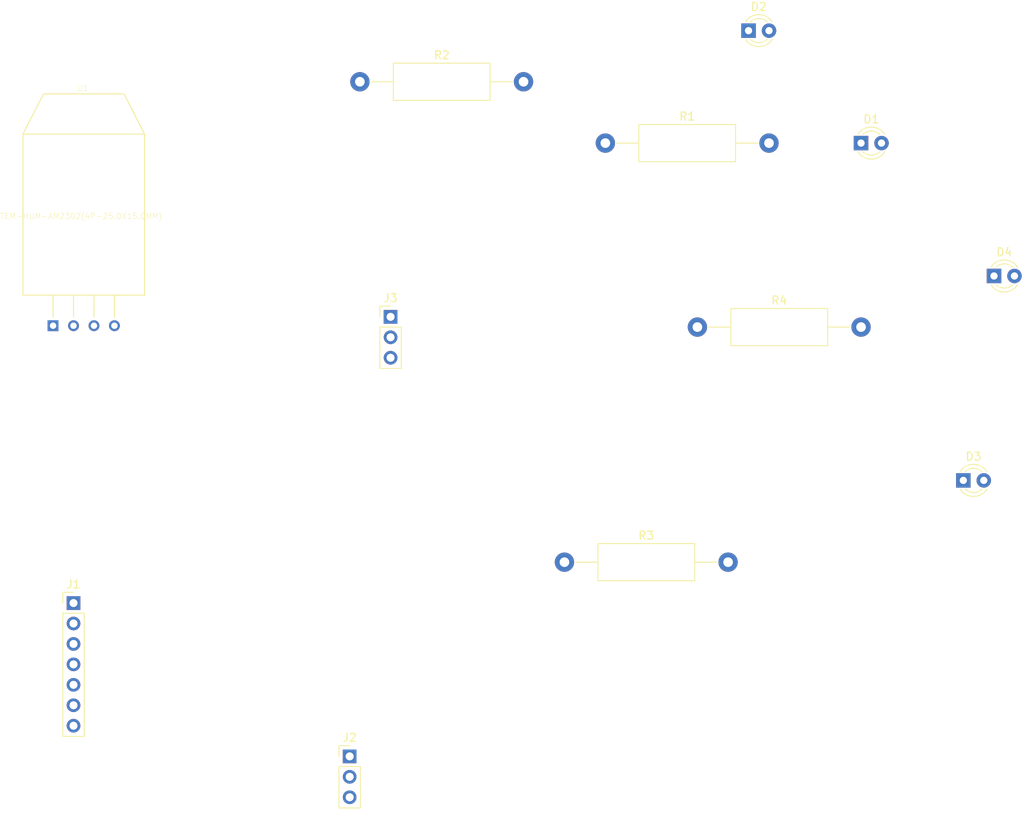
<source format=kicad_pcb>
(kicad_pcb (version 4) (host pcbnew 4.0.7)

  (general
    (links 21)
    (no_connects 21)
    (area 0 0 0 0)
    (thickness 1.6)
    (drawings 0)
    (tracks 0)
    (zones 0)
    (modules 12)
    (nets 13)
  )

  (page A4)
  (layers
    (0 F.Cu signal)
    (31 B.Cu signal)
    (32 B.Adhes user)
    (33 F.Adhes user)
    (34 B.Paste user)
    (35 F.Paste user)
    (36 B.SilkS user)
    (37 F.SilkS user)
    (38 B.Mask user)
    (39 F.Mask user)
    (40 Dwgs.User user)
    (41 Cmts.User user)
    (42 Eco1.User user)
    (43 Eco2.User user)
    (44 Edge.Cuts user)
    (45 Margin user)
    (46 B.CrtYd user)
    (47 F.CrtYd user)
    (48 B.Fab user)
    (49 F.Fab user)
  )

  (setup
    (last_trace_width 0.25)
    (trace_clearance 0.2)
    (zone_clearance 0.508)
    (zone_45_only no)
    (trace_min 0.2)
    (segment_width 0.2)
    (edge_width 0.1)
    (via_size 0.6)
    (via_drill 0.4)
    (via_min_size 0.4)
    (via_min_drill 0.3)
    (uvia_size 0.3)
    (uvia_drill 0.1)
    (uvias_allowed no)
    (uvia_min_size 0.2)
    (uvia_min_drill 0.1)
    (pcb_text_width 0.3)
    (pcb_text_size 1.5 1.5)
    (mod_edge_width 0.15)
    (mod_text_size 1 1)
    (mod_text_width 0.15)
    (pad_size 1.5 1.5)
    (pad_drill 0.6)
    (pad_to_mask_clearance 0)
    (aux_axis_origin 0 0)
    (visible_elements FFFFFF7F)
    (pcbplotparams
      (layerselection 0x00030_80000001)
      (usegerberextensions false)
      (excludeedgelayer true)
      (linewidth 0.100000)
      (plotframeref false)
      (viasonmask false)
      (mode 1)
      (useauxorigin false)
      (hpglpennumber 1)
      (hpglpenspeed 20)
      (hpglpendiameter 15)
      (hpglpenoverlay 2)
      (psnegative false)
      (psa4output false)
      (plotreference true)
      (plotvalue true)
      (plotinvisibletext false)
      (padsonsilk false)
      (subtractmaskfromsilk false)
      (outputformat 1)
      (mirror false)
      (drillshape 1)
      (scaleselection 1)
      (outputdirectory ""))
  )

  (net 0 "")
  (net 1 "Net-(D1-Pad1)")
  (net 2 "Net-(D1-Pad2)")
  (net 3 "Net-(D2-Pad2)")
  (net 4 "Net-(D3-Pad2)")
  (net 5 "Net-(D4-Pad2)")
  (net 6 "Net-(J1-Pad1)")
  (net 7 "Net-(J1-Pad3)")
  (net 8 "Net-(J1-Pad4)")
  (net 9 "Net-(J1-Pad5)")
  (net 10 "Net-(J1-Pad6)")
  (net 11 "Net-(J1-Pad7)")
  (net 12 "Net-(U1-PadP$3)")

  (net_class Default "This is the default net class."
    (clearance 0.2)
    (trace_width 0.25)
    (via_dia 0.6)
    (via_drill 0.4)
    (uvia_dia 0.3)
    (uvia_drill 0.1)
    (add_net "Net-(D1-Pad1)")
    (add_net "Net-(D1-Pad2)")
    (add_net "Net-(D2-Pad2)")
    (add_net "Net-(D3-Pad2)")
    (add_net "Net-(D4-Pad2)")
    (add_net "Net-(J1-Pad1)")
    (add_net "Net-(J1-Pad3)")
    (add_net "Net-(J1-Pad4)")
    (add_net "Net-(J1-Pad5)")
    (add_net "Net-(J1-Pad6)")
    (add_net "Net-(J1-Pad7)")
    (add_net "Net-(U1-PadP$3)")
  )

  (module LEDs:LED_D3.0mm (layer F.Cu) (tedit 587A3A7B) (tstamp 5C75702D)
    (at 217.17 68.58)
    (descr "LED, diameter 3.0mm, 2 pins")
    (tags "LED diameter 3.0mm 2 pins")
    (path /5C6D01AC)
    (fp_text reference D1 (at 1.27 -2.96) (layer F.SilkS)
      (effects (font (size 1 1) (thickness 0.15)))
    )
    (fp_text value LED (at 1.27 2.96) (layer F.Fab)
      (effects (font (size 1 1) (thickness 0.15)))
    )
    (fp_arc (start 1.27 0) (end -0.23 -1.16619) (angle 284.3) (layer F.Fab) (width 0.1))
    (fp_arc (start 1.27 0) (end -0.29 -1.235516) (angle 108.8) (layer F.SilkS) (width 0.12))
    (fp_arc (start 1.27 0) (end -0.29 1.235516) (angle -108.8) (layer F.SilkS) (width 0.12))
    (fp_arc (start 1.27 0) (end 0.229039 -1.08) (angle 87.9) (layer F.SilkS) (width 0.12))
    (fp_arc (start 1.27 0) (end 0.229039 1.08) (angle -87.9) (layer F.SilkS) (width 0.12))
    (fp_circle (center 1.27 0) (end 2.77 0) (layer F.Fab) (width 0.1))
    (fp_line (start -0.23 -1.16619) (end -0.23 1.16619) (layer F.Fab) (width 0.1))
    (fp_line (start -0.29 -1.236) (end -0.29 -1.08) (layer F.SilkS) (width 0.12))
    (fp_line (start -0.29 1.08) (end -0.29 1.236) (layer F.SilkS) (width 0.12))
    (fp_line (start -1.15 -2.25) (end -1.15 2.25) (layer F.CrtYd) (width 0.05))
    (fp_line (start -1.15 2.25) (end 3.7 2.25) (layer F.CrtYd) (width 0.05))
    (fp_line (start 3.7 2.25) (end 3.7 -2.25) (layer F.CrtYd) (width 0.05))
    (fp_line (start 3.7 -2.25) (end -1.15 -2.25) (layer F.CrtYd) (width 0.05))
    (pad 1 thru_hole rect (at 0 0) (size 1.8 1.8) (drill 0.9) (layers *.Cu *.Mask)
      (net 1 "Net-(D1-Pad1)"))
    (pad 2 thru_hole circle (at 2.54 0) (size 1.8 1.8) (drill 0.9) (layers *.Cu *.Mask)
      (net 2 "Net-(D1-Pad2)"))
    (model ${KISYS3DMOD}/LEDs.3dshapes/LED_D3.0mm.wrl
      (at (xyz 0 0 0))
      (scale (xyz 0.393701 0.393701 0.393701))
      (rotate (xyz 0 0 0))
    )
  )

  (module LEDs:LED_D3.0mm (layer F.Cu) (tedit 587A3A7B) (tstamp 5C757040)
    (at 203.2 54.61)
    (descr "LED, diameter 3.0mm, 2 pins")
    (tags "LED diameter 3.0mm 2 pins")
    (path /5C6D021B)
    (fp_text reference D2 (at 1.27 -2.96) (layer F.SilkS)
      (effects (font (size 1 1) (thickness 0.15)))
    )
    (fp_text value LED (at 1.27 2.96) (layer F.Fab)
      (effects (font (size 1 1) (thickness 0.15)))
    )
    (fp_arc (start 1.27 0) (end -0.23 -1.16619) (angle 284.3) (layer F.Fab) (width 0.1))
    (fp_arc (start 1.27 0) (end -0.29 -1.235516) (angle 108.8) (layer F.SilkS) (width 0.12))
    (fp_arc (start 1.27 0) (end -0.29 1.235516) (angle -108.8) (layer F.SilkS) (width 0.12))
    (fp_arc (start 1.27 0) (end 0.229039 -1.08) (angle 87.9) (layer F.SilkS) (width 0.12))
    (fp_arc (start 1.27 0) (end 0.229039 1.08) (angle -87.9) (layer F.SilkS) (width 0.12))
    (fp_circle (center 1.27 0) (end 2.77 0) (layer F.Fab) (width 0.1))
    (fp_line (start -0.23 -1.16619) (end -0.23 1.16619) (layer F.Fab) (width 0.1))
    (fp_line (start -0.29 -1.236) (end -0.29 -1.08) (layer F.SilkS) (width 0.12))
    (fp_line (start -0.29 1.08) (end -0.29 1.236) (layer F.SilkS) (width 0.12))
    (fp_line (start -1.15 -2.25) (end -1.15 2.25) (layer F.CrtYd) (width 0.05))
    (fp_line (start -1.15 2.25) (end 3.7 2.25) (layer F.CrtYd) (width 0.05))
    (fp_line (start 3.7 2.25) (end 3.7 -2.25) (layer F.CrtYd) (width 0.05))
    (fp_line (start 3.7 -2.25) (end -1.15 -2.25) (layer F.CrtYd) (width 0.05))
    (pad 1 thru_hole rect (at 0 0) (size 1.8 1.8) (drill 0.9) (layers *.Cu *.Mask)
      (net 1 "Net-(D1-Pad1)"))
    (pad 2 thru_hole circle (at 2.54 0) (size 1.8 1.8) (drill 0.9) (layers *.Cu *.Mask)
      (net 3 "Net-(D2-Pad2)"))
    (model ${KISYS3DMOD}/LEDs.3dshapes/LED_D3.0mm.wrl
      (at (xyz 0 0 0))
      (scale (xyz 0.393701 0.393701 0.393701))
      (rotate (xyz 0 0 0))
    )
  )

  (module LEDs:LED_D3.0mm (layer F.Cu) (tedit 587A3A7B) (tstamp 5C757053)
    (at 229.87 110.49)
    (descr "LED, diameter 3.0mm, 2 pins")
    (tags "LED diameter 3.0mm 2 pins")
    (path /5C6D013D)
    (fp_text reference D3 (at 1.27 -2.96) (layer F.SilkS)
      (effects (font (size 1 1) (thickness 0.15)))
    )
    (fp_text value LED (at 1.27 2.96) (layer F.Fab)
      (effects (font (size 1 1) (thickness 0.15)))
    )
    (fp_arc (start 1.27 0) (end -0.23 -1.16619) (angle 284.3) (layer F.Fab) (width 0.1))
    (fp_arc (start 1.27 0) (end -0.29 -1.235516) (angle 108.8) (layer F.SilkS) (width 0.12))
    (fp_arc (start 1.27 0) (end -0.29 1.235516) (angle -108.8) (layer F.SilkS) (width 0.12))
    (fp_arc (start 1.27 0) (end 0.229039 -1.08) (angle 87.9) (layer F.SilkS) (width 0.12))
    (fp_arc (start 1.27 0) (end 0.229039 1.08) (angle -87.9) (layer F.SilkS) (width 0.12))
    (fp_circle (center 1.27 0) (end 2.77 0) (layer F.Fab) (width 0.1))
    (fp_line (start -0.23 -1.16619) (end -0.23 1.16619) (layer F.Fab) (width 0.1))
    (fp_line (start -0.29 -1.236) (end -0.29 -1.08) (layer F.SilkS) (width 0.12))
    (fp_line (start -0.29 1.08) (end -0.29 1.236) (layer F.SilkS) (width 0.12))
    (fp_line (start -1.15 -2.25) (end -1.15 2.25) (layer F.CrtYd) (width 0.05))
    (fp_line (start -1.15 2.25) (end 3.7 2.25) (layer F.CrtYd) (width 0.05))
    (fp_line (start 3.7 2.25) (end 3.7 -2.25) (layer F.CrtYd) (width 0.05))
    (fp_line (start 3.7 -2.25) (end -1.15 -2.25) (layer F.CrtYd) (width 0.05))
    (pad 1 thru_hole rect (at 0 0) (size 1.8 1.8) (drill 0.9) (layers *.Cu *.Mask)
      (net 1 "Net-(D1-Pad1)"))
    (pad 2 thru_hole circle (at 2.54 0) (size 1.8 1.8) (drill 0.9) (layers *.Cu *.Mask)
      (net 4 "Net-(D3-Pad2)"))
    (model ${KISYS3DMOD}/LEDs.3dshapes/LED_D3.0mm.wrl
      (at (xyz 0 0 0))
      (scale (xyz 0.393701 0.393701 0.393701))
      (rotate (xyz 0 0 0))
    )
  )

  (module LEDs:LED_D3.0mm (layer F.Cu) (tedit 587A3A7B) (tstamp 5C757066)
    (at 233.68 85.09)
    (descr "LED, diameter 3.0mm, 2 pins")
    (tags "LED diameter 3.0mm 2 pins")
    (path /5C6D00FC)
    (fp_text reference D4 (at 1.27 -2.96) (layer F.SilkS)
      (effects (font (size 1 1) (thickness 0.15)))
    )
    (fp_text value LED (at 1.27 2.96) (layer F.Fab)
      (effects (font (size 1 1) (thickness 0.15)))
    )
    (fp_arc (start 1.27 0) (end -0.23 -1.16619) (angle 284.3) (layer F.Fab) (width 0.1))
    (fp_arc (start 1.27 0) (end -0.29 -1.235516) (angle 108.8) (layer F.SilkS) (width 0.12))
    (fp_arc (start 1.27 0) (end -0.29 1.235516) (angle -108.8) (layer F.SilkS) (width 0.12))
    (fp_arc (start 1.27 0) (end 0.229039 -1.08) (angle 87.9) (layer F.SilkS) (width 0.12))
    (fp_arc (start 1.27 0) (end 0.229039 1.08) (angle -87.9) (layer F.SilkS) (width 0.12))
    (fp_circle (center 1.27 0) (end 2.77 0) (layer F.Fab) (width 0.1))
    (fp_line (start -0.23 -1.16619) (end -0.23 1.16619) (layer F.Fab) (width 0.1))
    (fp_line (start -0.29 -1.236) (end -0.29 -1.08) (layer F.SilkS) (width 0.12))
    (fp_line (start -0.29 1.08) (end -0.29 1.236) (layer F.SilkS) (width 0.12))
    (fp_line (start -1.15 -2.25) (end -1.15 2.25) (layer F.CrtYd) (width 0.05))
    (fp_line (start -1.15 2.25) (end 3.7 2.25) (layer F.CrtYd) (width 0.05))
    (fp_line (start 3.7 2.25) (end 3.7 -2.25) (layer F.CrtYd) (width 0.05))
    (fp_line (start 3.7 -2.25) (end -1.15 -2.25) (layer F.CrtYd) (width 0.05))
    (pad 1 thru_hole rect (at 0 0) (size 1.8 1.8) (drill 0.9) (layers *.Cu *.Mask)
      (net 1 "Net-(D1-Pad1)"))
    (pad 2 thru_hole circle (at 2.54 0) (size 1.8 1.8) (drill 0.9) (layers *.Cu *.Mask)
      (net 5 "Net-(D4-Pad2)"))
    (model ${KISYS3DMOD}/LEDs.3dshapes/LED_D3.0mm.wrl
      (at (xyz 0 0 0))
      (scale (xyz 0.393701 0.393701 0.393701))
      (rotate (xyz 0 0 0))
    )
  )

  (module Pin_Headers:Pin_Header_Straight_1x07_Pitch2.54mm (layer F.Cu) (tedit 59650532) (tstamp 5C757081)
    (at 119.38 125.73)
    (descr "Through hole straight pin header, 1x07, 2.54mm pitch, single row")
    (tags "Through hole pin header THT 1x07 2.54mm single row")
    (path /5C6FA103)
    (fp_text reference J1 (at 0 -2.33) (layer F.SilkS)
      (effects (font (size 1 1) (thickness 0.15)))
    )
    (fp_text value Conn_01x07 (at 0 17.57) (layer F.Fab)
      (effects (font (size 1 1) (thickness 0.15)))
    )
    (fp_line (start -0.635 -1.27) (end 1.27 -1.27) (layer F.Fab) (width 0.1))
    (fp_line (start 1.27 -1.27) (end 1.27 16.51) (layer F.Fab) (width 0.1))
    (fp_line (start 1.27 16.51) (end -1.27 16.51) (layer F.Fab) (width 0.1))
    (fp_line (start -1.27 16.51) (end -1.27 -0.635) (layer F.Fab) (width 0.1))
    (fp_line (start -1.27 -0.635) (end -0.635 -1.27) (layer F.Fab) (width 0.1))
    (fp_line (start -1.33 16.57) (end 1.33 16.57) (layer F.SilkS) (width 0.12))
    (fp_line (start -1.33 1.27) (end -1.33 16.57) (layer F.SilkS) (width 0.12))
    (fp_line (start 1.33 1.27) (end 1.33 16.57) (layer F.SilkS) (width 0.12))
    (fp_line (start -1.33 1.27) (end 1.33 1.27) (layer F.SilkS) (width 0.12))
    (fp_line (start -1.33 0) (end -1.33 -1.33) (layer F.SilkS) (width 0.12))
    (fp_line (start -1.33 -1.33) (end 0 -1.33) (layer F.SilkS) (width 0.12))
    (fp_line (start -1.8 -1.8) (end -1.8 17.05) (layer F.CrtYd) (width 0.05))
    (fp_line (start -1.8 17.05) (end 1.8 17.05) (layer F.CrtYd) (width 0.05))
    (fp_line (start 1.8 17.05) (end 1.8 -1.8) (layer F.CrtYd) (width 0.05))
    (fp_line (start 1.8 -1.8) (end -1.8 -1.8) (layer F.CrtYd) (width 0.05))
    (fp_text user %R (at 0 7.62 90) (layer F.Fab)
      (effects (font (size 1 1) (thickness 0.15)))
    )
    (pad 1 thru_hole rect (at 0 0) (size 1.7 1.7) (drill 1) (layers *.Cu *.Mask)
      (net 6 "Net-(J1-Pad1)"))
    (pad 2 thru_hole oval (at 0 2.54) (size 1.7 1.7) (drill 1) (layers *.Cu *.Mask)
      (net 1 "Net-(D1-Pad1)"))
    (pad 3 thru_hole oval (at 0 5.08) (size 1.7 1.7) (drill 1) (layers *.Cu *.Mask)
      (net 7 "Net-(J1-Pad3)"))
    (pad 4 thru_hole oval (at 0 7.62) (size 1.7 1.7) (drill 1) (layers *.Cu *.Mask)
      (net 8 "Net-(J1-Pad4)"))
    (pad 5 thru_hole oval (at 0 10.16) (size 1.7 1.7) (drill 1) (layers *.Cu *.Mask)
      (net 9 "Net-(J1-Pad5)"))
    (pad 6 thru_hole oval (at 0 12.7) (size 1.7 1.7) (drill 1) (layers *.Cu *.Mask)
      (net 10 "Net-(J1-Pad6)"))
    (pad 7 thru_hole oval (at 0 15.24) (size 1.7 1.7) (drill 1) (layers *.Cu *.Mask)
      (net 11 "Net-(J1-Pad7)"))
    (model ${KISYS3DMOD}/Pin_Headers.3dshapes/Pin_Header_Straight_1x07_Pitch2.54mm.wrl
      (at (xyz 0 0 0))
      (scale (xyz 1 1 1))
      (rotate (xyz 0 0 0))
    )
  )

  (module Pin_Headers:Pin_Header_Straight_1x03_Pitch2.54mm (layer F.Cu) (tedit 59650532) (tstamp 5C757098)
    (at 153.67 144.78)
    (descr "Through hole straight pin header, 1x03, 2.54mm pitch, single row")
    (tags "Through hole pin header THT 1x03 2.54mm single row")
    (path /5C6D761C)
    (fp_text reference J2 (at 0 -2.33) (layer F.SilkS)
      (effects (font (size 1 1) (thickness 0.15)))
    )
    (fp_text value Conn_01x03 (at 0 7.41) (layer F.Fab)
      (effects (font (size 1 1) (thickness 0.15)))
    )
    (fp_line (start -0.635 -1.27) (end 1.27 -1.27) (layer F.Fab) (width 0.1))
    (fp_line (start 1.27 -1.27) (end 1.27 6.35) (layer F.Fab) (width 0.1))
    (fp_line (start 1.27 6.35) (end -1.27 6.35) (layer F.Fab) (width 0.1))
    (fp_line (start -1.27 6.35) (end -1.27 -0.635) (layer F.Fab) (width 0.1))
    (fp_line (start -1.27 -0.635) (end -0.635 -1.27) (layer F.Fab) (width 0.1))
    (fp_line (start -1.33 6.41) (end 1.33 6.41) (layer F.SilkS) (width 0.12))
    (fp_line (start -1.33 1.27) (end -1.33 6.41) (layer F.SilkS) (width 0.12))
    (fp_line (start 1.33 1.27) (end 1.33 6.41) (layer F.SilkS) (width 0.12))
    (fp_line (start -1.33 1.27) (end 1.33 1.27) (layer F.SilkS) (width 0.12))
    (fp_line (start -1.33 0) (end -1.33 -1.33) (layer F.SilkS) (width 0.12))
    (fp_line (start -1.33 -1.33) (end 0 -1.33) (layer F.SilkS) (width 0.12))
    (fp_line (start -1.8 -1.8) (end -1.8 6.85) (layer F.CrtYd) (width 0.05))
    (fp_line (start -1.8 6.85) (end 1.8 6.85) (layer F.CrtYd) (width 0.05))
    (fp_line (start 1.8 6.85) (end 1.8 -1.8) (layer F.CrtYd) (width 0.05))
    (fp_line (start 1.8 -1.8) (end -1.8 -1.8) (layer F.CrtYd) (width 0.05))
    (fp_text user %R (at 0 2.54 90) (layer F.Fab)
      (effects (font (size 1 1) (thickness 0.15)))
    )
    (pad 1 thru_hole rect (at 0 0) (size 1.7 1.7) (drill 1) (layers *.Cu *.Mask)
      (net 1 "Net-(D1-Pad1)"))
    (pad 2 thru_hole oval (at 0 2.54) (size 1.7 1.7) (drill 1) (layers *.Cu *.Mask)
      (net 6 "Net-(J1-Pad1)"))
    (pad 3 thru_hole oval (at 0 5.08) (size 1.7 1.7) (drill 1) (layers *.Cu *.Mask)
      (net 8 "Net-(J1-Pad4)"))
    (model ${KISYS3DMOD}/Pin_Headers.3dshapes/Pin_Header_Straight_1x03_Pitch2.54mm.wrl
      (at (xyz 0 0 0))
      (scale (xyz 1 1 1))
      (rotate (xyz 0 0 0))
    )
  )

  (module Pin_Headers:Pin_Header_Straight_1x03_Pitch2.54mm (layer F.Cu) (tedit 59650532) (tstamp 5C7570AF)
    (at 158.75 90.17)
    (descr "Through hole straight pin header, 1x03, 2.54mm pitch, single row")
    (tags "Through hole pin header THT 1x03 2.54mm single row")
    (path /5C6D769B)
    (fp_text reference J3 (at 0 -2.33) (layer F.SilkS)
      (effects (font (size 1 1) (thickness 0.15)))
    )
    (fp_text value Conn_01x03 (at 0 7.41) (layer F.Fab)
      (effects (font (size 1 1) (thickness 0.15)))
    )
    (fp_line (start -0.635 -1.27) (end 1.27 -1.27) (layer F.Fab) (width 0.1))
    (fp_line (start 1.27 -1.27) (end 1.27 6.35) (layer F.Fab) (width 0.1))
    (fp_line (start 1.27 6.35) (end -1.27 6.35) (layer F.Fab) (width 0.1))
    (fp_line (start -1.27 6.35) (end -1.27 -0.635) (layer F.Fab) (width 0.1))
    (fp_line (start -1.27 -0.635) (end -0.635 -1.27) (layer F.Fab) (width 0.1))
    (fp_line (start -1.33 6.41) (end 1.33 6.41) (layer F.SilkS) (width 0.12))
    (fp_line (start -1.33 1.27) (end -1.33 6.41) (layer F.SilkS) (width 0.12))
    (fp_line (start 1.33 1.27) (end 1.33 6.41) (layer F.SilkS) (width 0.12))
    (fp_line (start -1.33 1.27) (end 1.33 1.27) (layer F.SilkS) (width 0.12))
    (fp_line (start -1.33 0) (end -1.33 -1.33) (layer F.SilkS) (width 0.12))
    (fp_line (start -1.33 -1.33) (end 0 -1.33) (layer F.SilkS) (width 0.12))
    (fp_line (start -1.8 -1.8) (end -1.8 6.85) (layer F.CrtYd) (width 0.05))
    (fp_line (start -1.8 6.85) (end 1.8 6.85) (layer F.CrtYd) (width 0.05))
    (fp_line (start 1.8 6.85) (end 1.8 -1.8) (layer F.CrtYd) (width 0.05))
    (fp_line (start 1.8 -1.8) (end -1.8 -1.8) (layer F.CrtYd) (width 0.05))
    (fp_text user %R (at 0 2.54 90) (layer F.Fab)
      (effects (font (size 1 1) (thickness 0.15)))
    )
    (pad 1 thru_hole rect (at 0 0) (size 1.7 1.7) (drill 1) (layers *.Cu *.Mask)
      (net 1 "Net-(D1-Pad1)"))
    (pad 2 thru_hole oval (at 0 2.54) (size 1.7 1.7) (drill 1) (layers *.Cu *.Mask)
      (net 6 "Net-(J1-Pad1)"))
    (pad 3 thru_hole oval (at 0 5.08) (size 1.7 1.7) (drill 1) (layers *.Cu *.Mask)
      (net 10 "Net-(J1-Pad6)"))
    (model ${KISYS3DMOD}/Pin_Headers.3dshapes/Pin_Header_Straight_1x03_Pitch2.54mm.wrl
      (at (xyz 0 0 0))
      (scale (xyz 1 1 1))
      (rotate (xyz 0 0 0))
    )
  )

  (module Resistors_THT:R_Axial_DIN0414_L11.9mm_D4.5mm_P20.32mm_Horizontal (layer F.Cu) (tedit 5874F706) (tstamp 5C7570C5)
    (at 185.42 68.58)
    (descr "Resistor, Axial_DIN0414 series, Axial, Horizontal, pin pitch=20.32mm, 2W, length*diameter=11.9*4.5mm^2, http://www.vishay.com/docs/20128/wkxwrx.pdf")
    (tags "Resistor Axial_DIN0414 series Axial Horizontal pin pitch 20.32mm 2W length 11.9mm diameter 4.5mm")
    (path /5C6D122D)
    (fp_text reference R1 (at 10.16 -3.31) (layer F.SilkS)
      (effects (font (size 1 1) (thickness 0.15)))
    )
    (fp_text value 2.2k (at 10.16 3.31) (layer F.Fab)
      (effects (font (size 1 1) (thickness 0.15)))
    )
    (fp_line (start 4.21 -2.25) (end 4.21 2.25) (layer F.Fab) (width 0.1))
    (fp_line (start 4.21 2.25) (end 16.11 2.25) (layer F.Fab) (width 0.1))
    (fp_line (start 16.11 2.25) (end 16.11 -2.25) (layer F.Fab) (width 0.1))
    (fp_line (start 16.11 -2.25) (end 4.21 -2.25) (layer F.Fab) (width 0.1))
    (fp_line (start 0 0) (end 4.21 0) (layer F.Fab) (width 0.1))
    (fp_line (start 20.32 0) (end 16.11 0) (layer F.Fab) (width 0.1))
    (fp_line (start 4.15 -2.31) (end 4.15 2.31) (layer F.SilkS) (width 0.12))
    (fp_line (start 4.15 2.31) (end 16.17 2.31) (layer F.SilkS) (width 0.12))
    (fp_line (start 16.17 2.31) (end 16.17 -2.31) (layer F.SilkS) (width 0.12))
    (fp_line (start 16.17 -2.31) (end 4.15 -2.31) (layer F.SilkS) (width 0.12))
    (fp_line (start 1.38 0) (end 4.15 0) (layer F.SilkS) (width 0.12))
    (fp_line (start 18.94 0) (end 16.17 0) (layer F.SilkS) (width 0.12))
    (fp_line (start -1.45 -2.6) (end -1.45 2.6) (layer F.CrtYd) (width 0.05))
    (fp_line (start -1.45 2.6) (end 21.8 2.6) (layer F.CrtYd) (width 0.05))
    (fp_line (start 21.8 2.6) (end 21.8 -2.6) (layer F.CrtYd) (width 0.05))
    (fp_line (start 21.8 -2.6) (end -1.45 -2.6) (layer F.CrtYd) (width 0.05))
    (pad 1 thru_hole circle (at 0 0) (size 2.4 2.4) (drill 1.2) (layers *.Cu *.Mask)
      (net 8 "Net-(J1-Pad4)"))
    (pad 2 thru_hole oval (at 20.32 0) (size 2.4 2.4) (drill 1.2) (layers *.Cu *.Mask)
      (net 2 "Net-(D1-Pad2)"))
    (model ${KISYS3DMOD}/Resistors_THT.3dshapes/R_Axial_DIN0414_L11.9mm_D4.5mm_P20.32mm_Horizontal.wrl
      (at (xyz 0 0 0))
      (scale (xyz 0.393701 0.393701 0.393701))
      (rotate (xyz 0 0 0))
    )
  )

  (module Resistors_THT:R_Axial_DIN0414_L11.9mm_D4.5mm_P20.32mm_Horizontal (layer F.Cu) (tedit 5874F706) (tstamp 5C7570DB)
    (at 154.94 60.96)
    (descr "Resistor, Axial_DIN0414 series, Axial, Horizontal, pin pitch=20.32mm, 2W, length*diameter=11.9*4.5mm^2, http://www.vishay.com/docs/20128/wkxwrx.pdf")
    (tags "Resistor Axial_DIN0414 series Axial Horizontal pin pitch 20.32mm 2W length 11.9mm diameter 4.5mm")
    (path /5C6D11CC)
    (fp_text reference R2 (at 10.16 -3.31) (layer F.SilkS)
      (effects (font (size 1 1) (thickness 0.15)))
    )
    (fp_text value 2.2k (at 10.16 3.31) (layer F.Fab)
      (effects (font (size 1 1) (thickness 0.15)))
    )
    (fp_line (start 4.21 -2.25) (end 4.21 2.25) (layer F.Fab) (width 0.1))
    (fp_line (start 4.21 2.25) (end 16.11 2.25) (layer F.Fab) (width 0.1))
    (fp_line (start 16.11 2.25) (end 16.11 -2.25) (layer F.Fab) (width 0.1))
    (fp_line (start 16.11 -2.25) (end 4.21 -2.25) (layer F.Fab) (width 0.1))
    (fp_line (start 0 0) (end 4.21 0) (layer F.Fab) (width 0.1))
    (fp_line (start 20.32 0) (end 16.11 0) (layer F.Fab) (width 0.1))
    (fp_line (start 4.15 -2.31) (end 4.15 2.31) (layer F.SilkS) (width 0.12))
    (fp_line (start 4.15 2.31) (end 16.17 2.31) (layer F.SilkS) (width 0.12))
    (fp_line (start 16.17 2.31) (end 16.17 -2.31) (layer F.SilkS) (width 0.12))
    (fp_line (start 16.17 -2.31) (end 4.15 -2.31) (layer F.SilkS) (width 0.12))
    (fp_line (start 1.38 0) (end 4.15 0) (layer F.SilkS) (width 0.12))
    (fp_line (start 18.94 0) (end 16.17 0) (layer F.SilkS) (width 0.12))
    (fp_line (start -1.45 -2.6) (end -1.45 2.6) (layer F.CrtYd) (width 0.05))
    (fp_line (start -1.45 2.6) (end 21.8 2.6) (layer F.CrtYd) (width 0.05))
    (fp_line (start 21.8 2.6) (end 21.8 -2.6) (layer F.CrtYd) (width 0.05))
    (fp_line (start 21.8 -2.6) (end -1.45 -2.6) (layer F.CrtYd) (width 0.05))
    (pad 1 thru_hole circle (at 0 0) (size 2.4 2.4) (drill 1.2) (layers *.Cu *.Mask)
      (net 9 "Net-(J1-Pad5)"))
    (pad 2 thru_hole oval (at 20.32 0) (size 2.4 2.4) (drill 1.2) (layers *.Cu *.Mask)
      (net 3 "Net-(D2-Pad2)"))
    (model ${KISYS3DMOD}/Resistors_THT.3dshapes/R_Axial_DIN0414_L11.9mm_D4.5mm_P20.32mm_Horizontal.wrl
      (at (xyz 0 0 0))
      (scale (xyz 0.393701 0.393701 0.393701))
      (rotate (xyz 0 0 0))
    )
  )

  (module Resistors_THT:R_Axial_DIN0414_L11.9mm_D4.5mm_P20.32mm_Horizontal (layer F.Cu) (tedit 5874F706) (tstamp 5C7570F1)
    (at 180.34 120.65)
    (descr "Resistor, Axial_DIN0414 series, Axial, Horizontal, pin pitch=20.32mm, 2W, length*diameter=11.9*4.5mm^2, http://www.vishay.com/docs/20128/wkxwrx.pdf")
    (tags "Resistor Axial_DIN0414 series Axial Horizontal pin pitch 20.32mm 2W length 11.9mm diameter 4.5mm")
    (path /5C6D12A4)
    (fp_text reference R3 (at 10.16 -3.31) (layer F.SilkS)
      (effects (font (size 1 1) (thickness 0.15)))
    )
    (fp_text value 2.2k (at 10.16 3.31) (layer F.Fab)
      (effects (font (size 1 1) (thickness 0.15)))
    )
    (fp_line (start 4.21 -2.25) (end 4.21 2.25) (layer F.Fab) (width 0.1))
    (fp_line (start 4.21 2.25) (end 16.11 2.25) (layer F.Fab) (width 0.1))
    (fp_line (start 16.11 2.25) (end 16.11 -2.25) (layer F.Fab) (width 0.1))
    (fp_line (start 16.11 -2.25) (end 4.21 -2.25) (layer F.Fab) (width 0.1))
    (fp_line (start 0 0) (end 4.21 0) (layer F.Fab) (width 0.1))
    (fp_line (start 20.32 0) (end 16.11 0) (layer F.Fab) (width 0.1))
    (fp_line (start 4.15 -2.31) (end 4.15 2.31) (layer F.SilkS) (width 0.12))
    (fp_line (start 4.15 2.31) (end 16.17 2.31) (layer F.SilkS) (width 0.12))
    (fp_line (start 16.17 2.31) (end 16.17 -2.31) (layer F.SilkS) (width 0.12))
    (fp_line (start 16.17 -2.31) (end 4.15 -2.31) (layer F.SilkS) (width 0.12))
    (fp_line (start 1.38 0) (end 4.15 0) (layer F.SilkS) (width 0.12))
    (fp_line (start 18.94 0) (end 16.17 0) (layer F.SilkS) (width 0.12))
    (fp_line (start -1.45 -2.6) (end -1.45 2.6) (layer F.CrtYd) (width 0.05))
    (fp_line (start -1.45 2.6) (end 21.8 2.6) (layer F.CrtYd) (width 0.05))
    (fp_line (start 21.8 2.6) (end 21.8 -2.6) (layer F.CrtYd) (width 0.05))
    (fp_line (start 21.8 -2.6) (end -1.45 -2.6) (layer F.CrtYd) (width 0.05))
    (pad 1 thru_hole circle (at 0 0) (size 2.4 2.4) (drill 1.2) (layers *.Cu *.Mask)
      (net 10 "Net-(J1-Pad6)"))
    (pad 2 thru_hole oval (at 20.32 0) (size 2.4 2.4) (drill 1.2) (layers *.Cu *.Mask)
      (net 4 "Net-(D3-Pad2)"))
    (model ${KISYS3DMOD}/Resistors_THT.3dshapes/R_Axial_DIN0414_L11.9mm_D4.5mm_P20.32mm_Horizontal.wrl
      (at (xyz 0 0 0))
      (scale (xyz 0.393701 0.393701 0.393701))
      (rotate (xyz 0 0 0))
    )
  )

  (module Resistors_THT:R_Axial_DIN0414_L11.9mm_D4.5mm_P20.32mm_Horizontal (layer F.Cu) (tedit 5874F706) (tstamp 5C757107)
    (at 196.85 91.44)
    (descr "Resistor, Axial_DIN0414 series, Axial, Horizontal, pin pitch=20.32mm, 2W, length*diameter=11.9*4.5mm^2, http://www.vishay.com/docs/20128/wkxwrx.pdf")
    (tags "Resistor Axial_DIN0414 series Axial Horizontal pin pitch 20.32mm 2W length 11.9mm diameter 4.5mm")
    (path /5C6D1321)
    (fp_text reference R4 (at 10.16 -3.31) (layer F.SilkS)
      (effects (font (size 1 1) (thickness 0.15)))
    )
    (fp_text value 2.2k (at 10.16 3.31) (layer F.Fab)
      (effects (font (size 1 1) (thickness 0.15)))
    )
    (fp_line (start 4.21 -2.25) (end 4.21 2.25) (layer F.Fab) (width 0.1))
    (fp_line (start 4.21 2.25) (end 16.11 2.25) (layer F.Fab) (width 0.1))
    (fp_line (start 16.11 2.25) (end 16.11 -2.25) (layer F.Fab) (width 0.1))
    (fp_line (start 16.11 -2.25) (end 4.21 -2.25) (layer F.Fab) (width 0.1))
    (fp_line (start 0 0) (end 4.21 0) (layer F.Fab) (width 0.1))
    (fp_line (start 20.32 0) (end 16.11 0) (layer F.Fab) (width 0.1))
    (fp_line (start 4.15 -2.31) (end 4.15 2.31) (layer F.SilkS) (width 0.12))
    (fp_line (start 4.15 2.31) (end 16.17 2.31) (layer F.SilkS) (width 0.12))
    (fp_line (start 16.17 2.31) (end 16.17 -2.31) (layer F.SilkS) (width 0.12))
    (fp_line (start 16.17 -2.31) (end 4.15 -2.31) (layer F.SilkS) (width 0.12))
    (fp_line (start 1.38 0) (end 4.15 0) (layer F.SilkS) (width 0.12))
    (fp_line (start 18.94 0) (end 16.17 0) (layer F.SilkS) (width 0.12))
    (fp_line (start -1.45 -2.6) (end -1.45 2.6) (layer F.CrtYd) (width 0.05))
    (fp_line (start -1.45 2.6) (end 21.8 2.6) (layer F.CrtYd) (width 0.05))
    (fp_line (start 21.8 2.6) (end 21.8 -2.6) (layer F.CrtYd) (width 0.05))
    (fp_line (start 21.8 -2.6) (end -1.45 -2.6) (layer F.CrtYd) (width 0.05))
    (pad 1 thru_hole circle (at 0 0) (size 2.4 2.4) (drill 1.2) (layers *.Cu *.Mask)
      (net 11 "Net-(J1-Pad7)"))
    (pad 2 thru_hole oval (at 20.32 0) (size 2.4 2.4) (drill 1.2) (layers *.Cu *.Mask)
      (net 5 "Net-(D4-Pad2)"))
    (model ${KISYS3DMOD}/Resistors_THT.3dshapes/R_Axial_DIN0414_L11.9mm_D4.5mm_P20.32mm_Horizontal.wrl
      (at (xyz 0 0 0))
      (scale (xyz 0.393701 0.393701 0.393701))
      (rotate (xyz 0 0 0))
    )
  )

  (module TEM-HUM-AM2302_4P-25.0X15.0MM_:SNR4-2.54-25.0X15.0X7.0MM (layer F.Cu) (tedit 0) (tstamp 5C75711F)
    (at 120.65 77.47)
    (path /5C757196)
    (fp_text reference U1 (at -0.127118 -15.6996) (layer F.SilkS)
      (effects (font (size 0.700674 0.700674) (thickness 0.05)))
    )
    (fp_text value "TEM-HUM-AM2302(4P-25.0X15.0MM)" (at -0.317792 0.190677) (layer F.SilkS)
      (effects (font (size 0.700651 0.700651) (thickness 0.05)))
    )
    (fp_line (start -7.55 -10) (end 7.55 -10) (layer F.SilkS) (width 0.127))
    (fp_line (start 7.55 -10) (end 7.55 10) (layer F.SilkS) (width 0.127))
    (fp_line (start 7.55 10) (end 3.81 10) (layer F.SilkS) (width 0.127))
    (fp_line (start 3.81 10) (end 1.27 10) (layer F.SilkS) (width 0.127))
    (fp_line (start 1.27 10) (end -1.27 10) (layer F.SilkS) (width 0.127))
    (fp_line (start -1.27 10) (end -3.81 10) (layer F.SilkS) (width 0.127))
    (fp_line (start -3.81 10) (end -7.55 10) (layer F.SilkS) (width 0.127))
    (fp_line (start -7.55 10) (end -7.55 -10) (layer F.SilkS) (width 0.127))
    (fp_line (start -5 -15) (end 5 -15) (layer F.SilkS) (width 0.127))
    (fp_line (start -7.55 -10) (end -5 -15) (layer F.SilkS) (width 0.127))
    (fp_line (start 5 -15) (end 7.55 -10) (layer F.SilkS) (width 0.127))
    (fp_line (start -3.81 12.7) (end -3.81 10) (layer F.SilkS) (width 0.127))
    (fp_line (start -1.27 12.7) (end -1.27 10) (layer F.SilkS) (width 0.127))
    (fp_line (start 1.27 12.7) (end 1.27 10) (layer F.SilkS) (width 0.127))
    (fp_line (start 3.81 12.7) (end 3.81 10) (layer F.SilkS) (width 0.127))
    (fp_poly (pts (xy -7.62133 -15.24) (xy 7.62 -15.24) (xy 7.62 15.2427) (xy -7.62133 15.2427)) (layer Eco1.User) (width 0))
    (pad P$1 thru_hole rect (at -3.81 13.8) (size 1.35 1.35) (drill 0.8) (layers *.Cu *.Mask)
      (net 6 "Net-(J1-Pad1)"))
    (pad P$2 thru_hole circle (at -1.27 13.8) (size 1.35 1.35) (drill 0.8) (layers *.Cu *.Mask)
      (net 7 "Net-(J1-Pad3)"))
    (pad P$3 thru_hole circle (at 1.27 13.8) (size 1.35 1.35) (drill 0.8) (layers *.Cu *.Mask)
      (net 12 "Net-(U1-PadP$3)"))
    (pad P$4 thru_hole circle (at 3.81 13.8) (size 1.35 1.35) (drill 0.8) (layers *.Cu *.Mask)
      (net 1 "Net-(D1-Pad1)"))
  )

)

</source>
